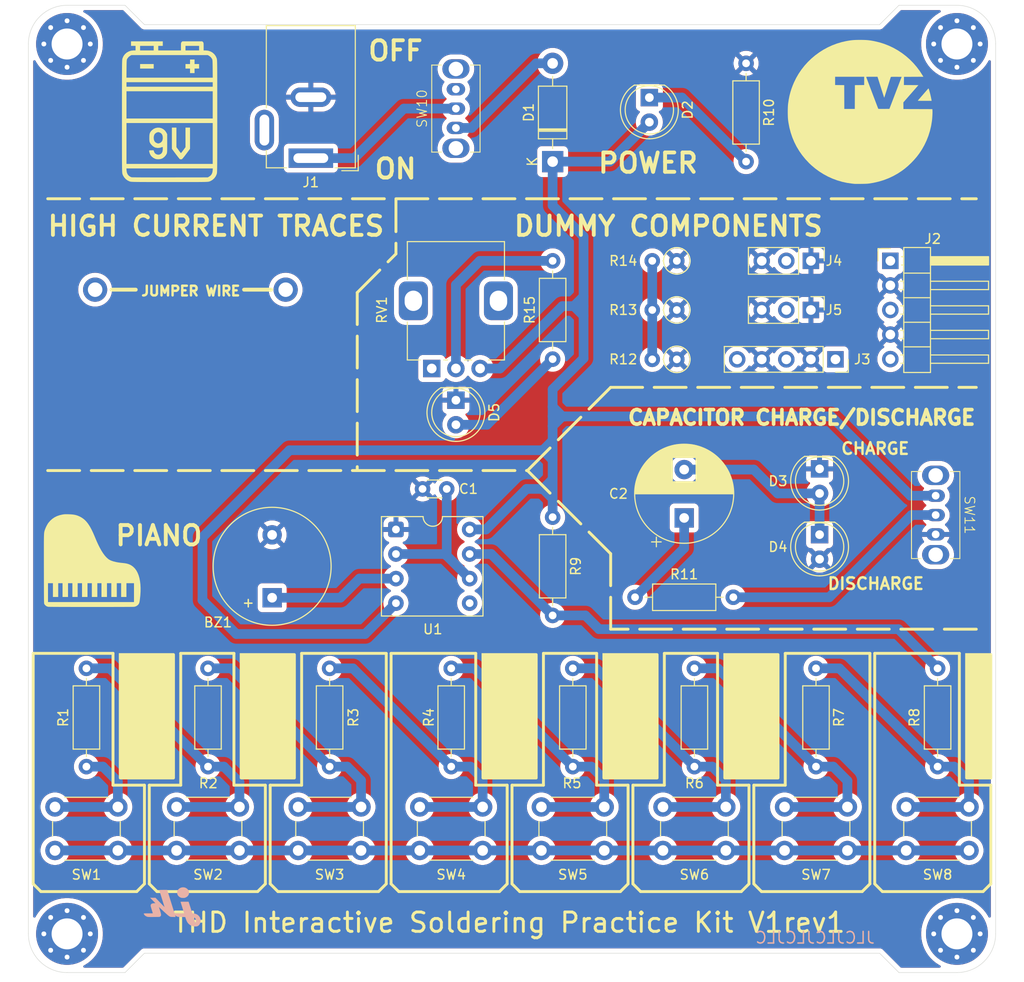
<source format=kicad_pcb>
(kicad_pcb (version 20241229) (generator "pcbnew") (generator_version "9.0")
  (layers (0 "F.Cu" signal) (2 "B.Cu" signal) (13 "F.Paste" user) (15 "B.Paste" user) (5 "F.SilkS" user "F.Silkscreen") (7 "B.SilkS" user "B.Silkscreen") (1 "F.Mask" user) (3 "B.Mask" user) (25 "Edge.Cuts" user))
  (net 0 "")
  (net 1 "Net-(U1-THR)")
  (net 2 "Net-(SW10-B)")
  (net 4 "GND1")
  (net 5 "Net-(U1-DIS)")
  (net 6 "Net-(BZ1-+)")
  (net 8 "Net-(R1-Pad2)")
  (net 9 "Net-(R1-Pad1)")
  (net 10 "Net-(R2-Pad1)")
  (net 11 "Net-(R3-Pad1)")
  (net 12 "Net-(R4-Pad1)")
  (net 13 "Net-(R5-Pad1)")
  (net 14 "Net-(R6-Pad1)")
  (net 15 "Net-(R7-Pad1)")
  (net 16 "Net-(D1-A)")
  (net 17 "unconnected-(H1-Pad1)")
  (net 53 "Net-(D2-K)")
  (net 54 "Net-(C2-Pad1)")
  (net 55 "Net-(D3-A)")
  (net 56 "VDD")
  (net 57 "Net-(SW11-B)")
  (net 66 "Net-(R12-Pad2)")
  (net 70 "Net-(D5-A)")
  (net 71 "Net-(R15-Pad2)")
  (footprint "Resistor_THT:R_Axial_DIN0207_L6.3mm_D2.5mm_P2.54mm_Vertical" (layer "F.Cu") (at 117.04 106.92 180)
    (property "Reference" "R14" (at 5.54 0 0) (layer "F.SilkS"))
    (property "Value" "2k2")
    (pad "1" thru_hole circle (at 0 0 180) (size 1.6 1.6) (drill 0.8) (layers "*.Cu" "*.Mask") (net 4 "GND1"))
    (pad "2" thru_hole oval (at 2.54 0 180) (size 1.6 1.6) (drill 0.8) (layers "*.Cu" "*.Mask") (net 66 "Net-(R12-Pad2)"))
  )
  (footprint "Resistor_THT:R_Axial_DIN0207_L6.3mm_D2.5mm_P2.54mm_Vertical" (layer "F.Cu") (at 117.04 117.105 180)
    (property "Reference" "R12" (at 5.54 0 0) (layer "F.SilkS"))
    (property "Value" "2k2")
    (pad "1" thru_hole circle (at 0 0 180) (size 1.6 1.6) (drill 0.8) (layers "*.Cu" "*.Mask") (net 4 "GND1"))
    (pad "2" thru_hole oval (at 2.54 0 180) (size 1.6 1.6) (drill 0.8) (layers "*.Cu" "*.Mask") (net 66 "Net-(R12-Pad2)"))
  )
  (footprint "Connector_PinHeader_2.54mm:PinHeader_1x03_P2.54mm_Vertical" (layer "F.Cu") (at 130.9 112 -90)
    (property "Reference" "J5" (at 0 -2.38 180) (layer "F.SilkS"))
    (property "Value" "Conn_01x03_Pin")
    (pad "1" thru_hole rect (at 0 0 270) (size 1.7 1.7) (drill 1) (layers "*.Cu" "*.Mask") (net 4 "GND1"))
    (pad "2" thru_hole circle (at 0 2.54 270) (size 1.7 1.7) (drill 1) (layers "*.Cu" "*.Mask"))
    (pad "3" thru_hole circle (at 0 5.08 270) (size 1.7 1.7) (drill 1) (layers "*.Cu" "*.Mask") (net 4 "GND1"))
  )
  (footprint "Resistor_THT:R_Axial_DIN0207_L6.3mm_D2.5mm_P10.16mm_Horizontal" (layer "F.Cu") (at 104.2 143.58 90)
    (property "Reference" "R9" (at 5.08 2.4 90) (layer "F.SilkS"))
    (property "Value" "1k")
    (pad "1" thru_hole circle (at 0 0 90) (size 1.6 1.6) (drill 0.8) (layers "*.Cu" "*.Mask") (net 5 "Net-(U1-DIS)"))
    (pad "2" thru_hole oval (at 10.16 0 90) (size 1.6 1.6) (drill 0.8) (layers "*.Cu" "*.Mask") (net 56 "VDD"))
  )
  (footprint "Resistor_THT:R_Axial_DIN0207_L6.3mm_D2.5mm_P10.16mm_Horizontal" (layer "F.Cu") (at 56 149.05 -90)
    (property "Reference" "R1" (at 5.08 2.4 90) (layer "F.SilkS"))
    (property "Value" "1k5")
    (pad "1" thru_hole circle (at 0 0 270) (size 1.6 1.6) (drill 0.8) (layers "*.Cu" "*.Mask") (net 9 "Net-(R1-Pad1)"))
    (pad "2" thru_hole oval (at 10.16 0 270) (size 1.6 1.6) (drill 0.8) (layers "*.Cu" "*.Mask") (net 8 "Net-(R1-Pad2)"))
  )
  (footprint "Footprint:LD-BZEN-1205" (layer "F.Cu") (at 75.2 141.75 90)
    (property "Reference" "BZ1" (at -2.55 -5.6 0) (layer "F.SilkS"))
    (property "Value" "LD-BZEN-1205")
    (fp_text user "+" (at -0.56 -2.54 90) (layer "F.SilkS"))
    (pad "1" thru_hole rect (at 0 0 90) (size 2 2) (drill 1) (layers "*.Cu" "*.Mask") (net 6 "Net-(BZ1-+)"))
    (pad "2" thru_hole circle (at 6.5 0 90) (size 2 2) (drill 1) (layers "*.Cu" "*.Mask") (net 4 "GND1"))
  )
  (footprint "Footprint:piano-silk" (layer "F.Cu") (at 56.6 137.9)
    (property "Reference" "G***" (hide yes))
    (property "Value" "LOGO" (hide yes))
  )
  (footprint "MountingHole:MountingHole_3.2mm_M3_Pad_Via" (layer "F.Cu") (at 146 176.5)
    (property "Reference" "H3" (hide yes))
    (property "Value" "MountingHole_Pad")
    (pad "1" thru_hole circle (at -2.4 0) (size 0.8 0.8) (drill 0.5) (layers "*.Cu" "*.Mask"))
    (pad "1" thru_hole circle (at -1.697056 -1.697056) (size 0.8 0.8) (drill 0.5) (layers "*.Cu" "*.Mask"))
    (pad "1" thru_hole circle (at -1.697056 1.697056) (size 0.8 0.8) (drill 0.5) (layers "*.Cu" "*.Mask"))
    (pad "1" thru_hole circle (at 0 -2.4) (size 0.8 0.8) (drill 0.5) (layers "*.Cu" "*.Mask"))
    (pad "1" thru_hole circle (at 0 0) (size 6.4 6.4) (drill 3.2) (layers "*.Cu" "*.Mask"))
    (pad "1" thru_hole circle (at 0 2.4) (size 0.8 0.8) (drill 0.5) (layers "*.Cu" "*.Mask"))
    (pad "1" thru_hole circle (at 1.697056 -1.697056) (size 0.8 0.8) (drill 0.5) (layers "*.Cu" "*.Mask"))
    (pad "1" thru_hole circle (at 1.697056 1.697056) (size 0.8 0.8) (drill 0.5) (layers "*.Cu" "*.Mask"))
    (pad "1" thru_hole circle (at 2.4 0) (size 0.8 0.8) (drill 0.5) (layers "*.Cu" "*.Mask"))
  )
  (footprint "Resistor_THT:R_Axial_DIN0207_L6.3mm_D2.5mm_P10.16mm_Horizontal" (layer "F.Cu") (at 106.285714 149.05 -90)
    (property "Reference" "R5" (at 11.88 0.085714 180) (layer "F.SilkS"))
    (property "Value" "1k")
    (pad "1" thru_hole circle (at 0 0 270) (size 1.6 1.6) (drill 0.8) (layers "*.Cu" "*.Mask") (net 13 "Net-(R5-Pad1)"))
    (pad "2" thru_hole oval (at 10.16 0 270) (size 1.6 1.6) (drill 0.8) (layers "*.Cu" "*.Mask") (net 12 "Net-(R4-Pad1)"))
  )
  (footprint "Footprint:DCJ250-10-A-K1-K" (layer "F.Cu") (at 79.2 96.3 180)
    (property "Reference" "J1" (at 0 -2.5 0) (layer "F.SilkS"))
    (property "Value" "Barrel Jack")
    (pad "1" thru_hole rect (at 0 0 180) (size 4.6 2) (drill oval 3.6 1) (layers "*.Cu" "*.Mask") (net 2 "Net-(SW10-B)"))
    (pad "2" thru_hole oval (at 0 6.3 180) (size 4.2 2) (drill oval 3.2 1) (layers "*.Cu" "*.Mask") (net 4 "GND1"))
    (pad "3" thru_hole oval (at 4.8 2.9 270) (size 4.2 2) (drill oval 3.2 1) (layers "*.Cu" "*.Mask"))
  )
  (footprint "Diode_THT:D_DO-41_SOD81_P10.16mm_Horizontal" (layer "F.Cu") (at 104.2 96.66 90)
    (property "Reference" "D1" (at 5.08 -2.47 90) (layer "F.SilkS"))
    (property "Value" "SR150-DC")
    (fp_text user "K" (at 0 -2.1 90) (layer "F.SilkS"))
    (pad "1" thru_hole rect (at 0 0 90) (size 2.2 2.2) (drill 1.1) (layers "*.Cu" "*.Mask") (net 56 "VDD"))
    (pad "2" thru_hole oval (at 10.16 0 90) (size 2.2 2.2) (drill 1.1) (layers "*.Cu" "*.Mask") (net 16 "Net-(D1-A)"))
  )
  (footprint "Resistor_THT:R_Axial_DIN0207_L6.3mm_D2.5mm_P10.16mm_Horizontal" (layer "F.Cu") (at 144 149.05 -90)
    (property "Reference" "R8" (at 5.08 2.4 90) (layer "F.SilkS"))
    (property "Value" "6k2")
    (pad "1" thru_hole circle (at 0 0 270) (size 1.6 1.6) (drill 0.8) (layers "*.Cu" "*.Mask") (net 5 "Net-(U1-DIS)"))
    (pad "2" thru_hole oval (at 10.16 0 270) (size 1.6 1.6) (drill 0.8) (layers "*.Cu" "*.Mask") (net 15 "Net-(R7-Pad1)"))
  )
  (footprint "Button_Switch_THT:SW_PUSH_6mm_H4.3mm" (layer "F.Cu") (at 128.178571 163.38)
    (property "Reference" "SW7" (at 3.25 7 0) (layer "F.SilkS"))
    (property "Value" "SW_Push")
    (pad "1" thru_hole circle (at 0 0 90) (size 2 2) (drill 1.1) (layers "*.Cu" "*.Mask") (net 14 "Net-(R6-Pad1)"))
    (pad "1" thru_hole circle (at 6.5 0 90) (size 2 2) (drill 1.1) (layers "*.Cu" "*.Mask") (net 14 "Net-(R6-Pad1)"))
    (pad "2" thru_hole circle (at 0 4.5 90) (size 2 2) (drill 1.1) (layers "*.Cu" "*.Mask") (net 1 "Net-(U1-THR)"))
    (pad "2" thru_hole circle (at 6.5 4.5 90) (size 2 2) (drill 1.1) (layers "*.Cu" "*.Mask") (net 1 "Net-(U1-THR)"))
  )
  (footprint "Resistor_THT:R_Axial_DIN0207_L6.3mm_D2.5mm_P10.16mm_Horizontal" (layer "F.Cu") (at 124.2 86.5 -90)
    (property "Reference" "R10" (at 5.08 -2.37 90) (layer "F.SilkS"))
    (property "Value" "4k7")
    (pad "1" thru_hole circle (at 0 0 270) (size 1.6 1.6) (drill 0.8) (layers "*.Cu" "*.Mask") (net 4 "GND1"))
    (pad "2" thru_hole oval (at 10.16 0 270) (size 1.6 1.6) (drill 0.8) (layers "*.Cu" "*.Mask") (net 53 "Net-(D2-K)"))
  )
  (footprint "Button_Switch_THT:SW_PUSH_6mm_H4.3mm" (layer "F.Cu") (at 52.75 163.38)
    (property "Reference" "SW1" (at 3.25 7 0) (layer "F.SilkS"))
    (property "Value" "SW_Push")
    (pad "1" thru_hole circle (at 0 0 90) (size 2 2) (drill 1.1) (layers "*.Cu" "*.Mask") (net 8 "Net-(R1-Pad2)"))
    (pad "1" thru_hole circle (at 6.5 0 90) (size 2 2) (drill 1.1) (layers "*.Cu" "*.Mask") (net 8 "Net-(R1-Pad2)"))
    (pad "2" thru_hole circle (at 0 4.5 90) (size 2 2) (drill 1.1) (layers "*.Cu" "*.Mask") (net 1 "Net-(U1-THR)"))
    (pad "2" thru_hole circle (at 6.5 4.5 90) (size 2 2) (drill 1.1) (layers "*.Cu" "*.Mask") (net 1 "Net-(U1-THR)"))
  )
  (footprint "Resistor_THT:R_Axial_DIN0207_L6.3mm_D2.5mm_P10.16mm_Horizontal" (layer "F.Cu") (at 93.714286 149.05 -90)
    (property "Reference" "R4" (at 5.08 2.314286 90) (layer "F.SilkS"))
    (property "Value" "1k1")
    (pad "1" thru_hole circle (at 0 0 270) (size 1.6 1.6) (drill 0.8) (layers "*.Cu" "*.Mask") (net 12 "Net-(R4-Pad1)"))
    (pad "2" thru_hole oval (at 10.16 0 270) (size 1.6 1.6) (drill 0.8) (layers "*.Cu" "*.Mask") (net 11 "Net-(R3-Pad1)"))
  )
  (footprint "Footprint:OS102011MS2QN1" (layer "F.Cu") (at 143.8 133.2 -90)
    (property "Reference" "SW11" (at 0 -3.5 270) (layer "F.SilkS") (effects (font (thickness 0.1))))
    (property "Value" "C/D")
    (pad "" thru_hole oval (at -4.1 0) (size 2.8 2) (drill 1.5) (layers "*.Cu" "*.Mask"))
    (pad "" thru_hole oval (at 4.1 0) (size 2.8 2) (drill 1.5) (layers "*.Cu" "*.Mask"))
    (pad "1" thru_hole oval (at -2 0 270) (size 1.27 1.905) (drill 0.8) (layers "*.Cu" "*.Mask") (net 56 "VDD"))
    (pad "2" thru_hole oval (at 0 0 270) (size 1.27 1.905) (drill 0.8) (layers "*.Cu" "*.Mask") (net 57 "Net-(SW11-B)"))
    (pad "3" thru_hole oval (at 2 0 270) (size 1.27 1.905) (drill 0.8) (layers "*.Cu" "*.Mask") (net 4 "GND1"))
  )
  (footprint "Resistor_THT:R_Axial_DIN0207_L6.3mm_D2.5mm_P2.54mm_Vertical" (layer "F.Cu") (at 117.04 112 180)
    (property "Reference" "R13" (at 5.54 0 0) (layer "F.SilkS"))
    (property "Value" "2k2")
    (pad "1" thru_hole circle (at 0 0 180) (size 1.6 1.6) (drill 0.8) (layers "*.Cu" "*.Mask") (net 4 "GND1"))
    (pad "2" thru_hole oval (at 2.54 0 180) (size 1.6 1.6) (drill 0.8) (layers "*.Cu" "*.Mask") (net 66 "Net-(R12-Pad2)"))
  )
  (footprint "Footprint:RK09K1130AH1" (layer "F.Cu") (at 91.7 118.05 90)
    (property "Reference" "RV1" (at 6.05 -5.15 90) (layer "F.SilkS"))
    (property "Value" "10k")
    (pad "1" thru_hole rect (at 0 0 90) (size 1.8 1.8) (drill 1) (layers "*.Cu" "*.Mask"))
    (pad "2" thru_hole circle (at 0 2.5 90) (size 1.8 1.8) (drill 1) (layers "*.Cu" "*.Mask") (net 71 "Net-(R15-Pad2)"))
    (pad "3" thru_hole circle (at 0 5 90) (size 1.8 1.8) (drill 1) (layers "*.Cu" "*.Mask") (net 56 "VDD"))
    (pad "MP" thru_hole roundrect (at 7 -1.9 90) (size 4 3) (drill oval 2.1 1.8) (layers "*.Cu" "*.Mask"))
    (pad "MP" thru_hole roundrect (at 7 6.9 90) (size 4 3) (drill oval 2.1 1.8) (layers "*.Cu" "*.Mask"))
  )
  (footprint "Resistor_THT:R_Axial_DIN0207_L6.3mm_D2.5mm_P10.16mm_Horizontal" (layer "F.Cu") (at 68.571429 149.05 -90)
    (property "Reference" "R2" (at 11.88 -0.028571 180) (layer "F.SilkS"))
    (property "Value" "1k3")
    (pad "1" thru_hole circle (at 0 0 270) (size 1.6 1.6) (drill 0.8) (layers "*.Cu" "*.Mask") (net 10 "Net-(R2-Pad1)"))
    (pad "2" thru_hole oval (at 10.16 0 270) (size 1.6 1.6) (drill 0.8) (layers "*.Cu" "*.Mask") (net 9 "Net-(R1-Pad1)"))
  )
  (footprint "Resistor_THT:R_Axial_DIN0207_L6.3mm_D2.5mm_P10.16mm_Horizontal" (layer "F.Cu") (at 112.72 141.7)
    (property "Reference" "R11" (at 5.08 -2.37 0) (layer "F.SilkS"))
    (property "Value" "2k2")
    (pad "1" thru_hole circle (at 0 0) (size 1.6 1.6) (drill 0.8) (layers "*.Cu" "*.Mask") (net 54 "Net-(C2-Pad1)"))
    (pad "2" thru_hole oval (at 10.16 0) (size 1.6 1.6) (drill 0.8) (layers "*.Cu" "*.Mask") (net 57 "Net-(SW11-B)"))
  )
  (footprint "Footprint:9V" (layer "F.Cu") (at 64.6 91.5)
    (property "Reference" "G***" (hide yes))
    (property "Value" "LOGO" (hide yes))
  )
  (footprint "Connector_PinHeader_2.54mm:PinHeader_1x03_P2.54mm_Vertical" (layer "F.Cu") (at 130.9 106.92 -90)
    (property "Reference" "J4" (at 0 -2.38 180) (layer "F.SilkS"))
    (property "Value" "Conn_01x03_Pin")
    (pad "1" thru_hole rect (at 0 0 270) (size 1.7 1.7) (drill 1) (layers "*.Cu" "*.Mask") (net 4 "GND1"))
    (pad "2" thru_hole circle (at 0 2.54 270) (size 1.7 1.7) (drill 1) (layers "*.Cu" "*.Mask"))
    (pad "3" thru_hole circle (at 0 5.08 270) (size 1.7 1.7) (drill 1) (layers "*.Cu" "*.Mask") (net 4 "GND1"))
  )
  (footprint "Button_Switch_THT:SW_PUSH_6mm_H4.3mm" (layer "F.Cu") (at 77.892857 163.38)
    (property "Reference" "SW3" (at 3.25 7 0) (layer "F.SilkS"))
    (property "Value" "SW_Push")
    (pad "1" thru_hole circle (at 0 0 90) (size 2 2) (drill 1.1) (layers "*.Cu" "*.Mask") (net 10 "Net-(R2-Pad1)"))
    (pad "1" thru_hole circle (at 6.5 0 90) (size 2 2) (drill 1.1) (layers "*.Cu" "*.Mask") (net 10 "Net-(R2-Pad1)"))
    (pad "2" thru_hole circle (at 0 4.5 90) (size 2 2) (drill 1.1) (layers "*.Cu" "*.Mask") (net 1 "Net-(U1-THR)"))
    (pad "2" thru_hole circle (at 6.5 4.5 90) (size 2 2) (drill 1.1) (layers "*.Cu" "*.Mask") (net 1 "Net-(U1-THR)"))
  )
  (footprint "Resistor_THT:R_Axial_DIN0207_L6.3mm_D2.5mm_P10.16mm_Horizontal" (layer "F.Cu") (at 131.428571 149.05 -90)
    (property "Reference" "R7" (at 5.08 -2.371429 90) (layer "F.SilkS"))
    (property "Value" "390")
    (pad "1" thru_hole circle (at 0 0 270) (size 1.6 1.6) (drill 0.8) (layers "*.Cu" "*.Mask") (net 15 "Net-(R7-Pad1)"))
    (pad "2" thru_hole oval (at 10.16 0 270) (size 1.6 1.6) (drill 0.8) (layers "*.Cu" "*.Mask") (net 14 "Net-(R6-Pad1)"))
  )
  (footprint "LED_THT:LED_D5.0mm" (layer "F.Cu") (at 131.8 128.425 -90)
    (property "Reference" "D3" (at 1.27 4.3 180) (layer "F.SilkS"))
    (property "Value" "YELLOW")
    (pad "1" thru_hole rect (at 0 0 270) (size 1.8 1.8) (drill 0.9) (layers "*.Cu" "*.Mask") (net 4 "GND1"))
    (pad "2" thru_hole circle (at 2.54 0 270) (size 1.8 1.8) (drill 0.9) (layers "*.Cu" "*.Mask") (net 55 "Net-(D3-A)"))
  )
  (footprint "Footprint:DIP-8_W7.62mm-socket" (layer "F.Cu") (at 88 134.69)
    (property "Reference" "U1" (at 3.81 10.32 0) (layer "F.SilkS"))
    (property "Value" "NE555P")
    (pad "1" thru_hole roundrect (at 0 0) (size 1.6 1.6) (drill 0.8) (layers "*.Cu" "*.Mask") (roundrect_rratio 0.15625) (net 4 "GND1"))
    (pad "2" thru_hole circle (at 0 2.54) (size 1.6 1.6) (drill 0.8) (layers "*.Cu" "*.Mask") (net 1 "Net-(U1-THR)"))
    (pad "3" thru_hole circle (at 0 5.08) (size 1.6 1.6) (drill 0.8) (layers "*.Cu" "*.Mask") (net 6 "Net-(BZ1-+)"))
    (pad "4" thru_hole circle (at 0 7.62) (size 1.6 1.6) (drill 0.8) (layers "*.Cu" "*.Mask") (net 56 "VDD"))
    (pad "5" thru_hole circle (at 7.62 7.62) (size 1.6 1.6) (drill 0.8) (layers "*.Cu" "*.Mask"))
    (pad "6" thru_hole circle (at 7.62 5.08) (size 1.6 1.6) (drill 0.8) (layers "*.Cu" "*.Mask") (net 1 "Net-(U1-THR)"))
    (pad "7" thru_hole circle (at 7.62 2.54) (size 1.6 1.6) (drill 0.8) (layers "*.Cu" "*.Mask") (net 5 "Net-(U1-DIS)"))
    (pad "8" thru_hole circle (at 7.62 0) (size 1.6 1.6) (drill 0.8) (layers "*.Cu" "*.Mask") (net 56 "VDD"))
  )
  (footprint "Resistor_THT:R_Axial_DIN0207_L6.3mm_D2.5mm_P10.16mm_Horizontal" (layer "F.Cu") (at 118.857143 149.05 -90)
    (property "Reference" "R6" (at 11.88 0 180) (layer "F.SilkS"))
    (property "Value" "910")
    (pad "1" thru_hole circle (at 0 0 270) (size 1.6 1.6) (drill 0.8) (layers "*.Cu" "*.Mask") (net 14 "Net-(R6-Pad1)"))
    (pad "2" thru_hole oval (at 10.16 0 270) (size 1.6 1.6) (drill 0.8) (layers "*.Cu" "*.Mask") (net 13 "Net-(R5-Pad1)"))
  )
  (footprint "Button_Switch_THT:SW_PUSH_6mm_H4.3mm" (layer "F.Cu") (at 140.75 163.38)
    (property "Reference" "SW8" (at 3.25 7 0) (layer "F.SilkS"))
    (property "Value" "SW_Push")
    (pad "1" thru_hole circle (at 0 0 90) (size 2 2) (drill 1.1) (layers "*.Cu" "*.Mask") (net 15 "Net-(R7-Pad1)"))
    (pad "1" thru_hole circle (at 6.5 0 90) (size 2 2) (drill 1.1) (layers "*.Cu" "*.Mask") (net 15 "Net-(R7-Pad1)"))
    (pad "2" thru_hole circle (at 0 4.5 90) (size 2 2) (drill 1.1) (layers "*.Cu" "*.Mask") (net 1 "Net-(U1-THR)"))
    (pad "2" thru_hole circle (at 6.5 4.5 90) (size 2 2) (drill 1.1) (layers "*.Cu" "*.Mask") (net 1 "Net-(U1-THR)"))
  )
  (footprint "Resistor_THT:R_Axial_DIN0207_L6.3mm_D2.5mm_P10.16mm_Horizontal" (layer "F.Cu") (at 81.142857 149.05 -90)
    (property "Reference" "R3" (at 5.08 -2.457143 90) (layer "F.SilkS"))
    (property "Value" "620")
    (pad "1" thru_hole circle (at 0 0 270) (size 1.6 1.6) (drill 0.8) (layers "*.Cu" "*.Mask") (net 11 "Net-(R3-Pad1)"))
    (pad "2" thru_hole oval (at 10.16 0 270) (size 1.6 1.6) (drill 0.8) (layers "*.Cu" "*.Mask") (net 10 "Net-(R2-Pad1)"))
  )
  (footprint "LED_THT:LED_D5.0mm" (layer "F.Cu") (at 94.2 121.325 -90)
    (property "Reference" "D5" (at 1.27 -3.96 90) (layer "F.SilkS"))
    (property "Value" "WHITE")
    (pad "1" thru_hole rect (at 0 0 270) (size 1.8 1.8) (drill 0.9) (layers "*.Cu" "*.Mask") (net 4 "GND1"))
    (pad "2" thru_hole circle (at 2.54 0 270) (size 1.8 1.8) (drill 0.9) (layers "*.Cu" "*.Mask") (net 70 "Net-(D5-A)"))
  )
  (footprint "Connector_PinHeader_2.54mm:PinHeader_1x05_P2.54mm_Horizontal" (layer "F.Cu") (at 139.115 106.92)
    (property "Reference" "J2" (at 4.385 -2.27 0) (layer "F.SilkS"))
    (property "Value" "Conn_01x05_Pin")
    (pad "1" thru_hole rect (at 0 0) (size 1.7 1.7) (drill 1) (layers "*.Cu" "*.Mask"))
    (pad "2" thru_hole circle (at 0 2.54) (size 1.7 1.7) (drill 1) (layers "*.Cu" "*.Mask") (net 4 "GND1"))
    (pad "3" thru_hole circle (at 0 5.08) (size 1.7 1.7) (drill 1) (layers "*.Cu" "*.Mask"))
    (pad "4" thru_hole circle (at 0 7.62) (size 1.7 1.7) (drill 1) (layers "*.Cu" "*.Mask") (net 4 "GND1"))
    (pad "5" thru_hole circle (at 0 10.16) (size 1.7 1.7) (drill 1) (layers "*.Cu" "*.Mask"))
  )
  (footprint "Capacitor_THT:CP_Radial_D10.0mm_P5.00mm" (layer "F.Cu") (at 117.8 133.5 90)
    (property "Reference" "C2" (at 2.5 -6.8 180) (layer "F.SilkS"))
    (property "Value" "470u / 50V")
    (pad "1" thru_hole rect (at 0 0 90) (size 2 2) (drill 1) (layers "*.Cu" "*.Mask") (net 54 "Net-(C2-Pad1)"))
    (pad "2" thru_hole circle (at 5 0 90) (size 2 2) (drill 1) (layers "*.Cu" "*.Mask") (net 55 "Net-(D3-A)"))
  )
  (footprint "Resistor_THT:R_Axial_DIN0207_L6.3mm_D2.5mm_P10.16mm_Horizontal" (layer "F.Cu") (at 104.2 117.08 90)
    (property "Reference" "R15" (at 5.08 -2.37 90) (layer "F.SilkS"))
    (property "Value" "2k2")
    (pad "1" thru_hole circle (at 0 0 90) (size 1.6 1.6) (drill 0.8) (layers "*.Cu" "*.Mask") (net 70 "Net-(D5-A)"))
    (pad "2" thru_hole oval (at 10.16 0 90) (size 1.6 1.6) (drill 0.8) (layers "*.Cu" "*.Mask") (net 71 "Net-(R15-Pad2)"))
  )
  (footprint "LED_THT:LED_D5.0mm" (layer "F.Cu") (at 131.8 135.225 -90)
    (property "Reference" "D4" (at 1.275 4.3 180) (layer "F.SilkS"))
    (property "Value" "GREEN")
    (pad "1" thru_hole rect (at 0 0 270) (size 1.8 1.8) (drill 0.9) (layers "*.Cu" "*.Mask") (net 55 "Net-(D3-A)"))
    (pad "2" thru_hole circle (at 2.54 0 270) (size 1.8 1.8) (drill 0.9) (layers "*.Cu" "*.Mask") (net 4 "GND1"))
  )
  (footprint "Button_Switch_THT:SW_PUSH_6mm_H4.3mm" (layer "F.Cu") (at 103.035714 163.38)
    (property "Reference" "SW5" (at 3.25 7 0) (layer "F.SilkS"))
    (property "Value" "SW_Push")
    (pad "1" thru_hole circle (at 0 0 90) (size 2 2) (drill 1.1) (layers "*.Cu" "*.Mask") (net 12 "Net-(R4-Pad1)"))
    (pad "1" thru_hole circle (at 6.5 0 90) (size 2 2) (drill 1.1) (layers "*.Cu" "*.Mask") (net 12 "Net-(R4-Pad1)"))
    (pad "2" thru_hole circle (at 0 4.5 90) (size 2 2) (drill 1.1) (layers "*.Cu" "*.Mask") (net 1 "Net-(U1-THR)"))
    (pad "2" thru_hole circle (at 6.5 4.5 90) (size 2 2) (drill 1.1) (layers "*.Cu" "*.Mask") (net 1 "Net-(U1-THR)"))
  )
  (footprint "Footprint:Wire" (layer "F.Cu") (at 56.9 109.9 -90)
    (property "Reference" "TP2" (hide yes))
    (property "Value" "TestPoint")
    (pad "1" thru_hole circle (at 0 0 270) (size 2.5 2.5) (drill 1.5) (layers "*.Cu" "*.Mask"))
  )
  (footprint "MountingHole:MountingHole_3.2mm_M3_Pad_Via" (layer "F.Cu") (at 54 84.5)
    (property "Reference" "H1" (hide yes))
    (property "Value" "MountingHole_Pad")
    (pad "1" thru_hole circle (at -2.4 0) (size 0.8 0.8) (drill 0.5) (layers "*.Cu" "*.Mask"))
    (pad "1" thru_hole circle (at -1.697056 -1.697056) (size 0.8 0.8) (drill 0.5) (layers "*.Cu" "*.Mask"))
    (pad "1" thru_hole circle (at -1.697056 1.697056) (size 0.8 0.8) (drill 0.5) (layers "*.Cu" "*.Mask"))
    (pad "1" thru_hole circle (at 0 -2.4) (size 0.8 0.8) (drill 0.5) (layers "*.Cu" "*.Mask"))
    (pad "1" thru_hole circle (at 0 0) (size 6.4 6.4) (drill 3.2) (layers "*.Cu" "*.Mask"))
    (pad "1" thru_hole circle (at 0 2.4) (size 0.8 0.8) (drill 0.5) (layers "*.Cu" "*.Mask"))
    (pad "1" thru_hole circle (at 1.697056 -1.697056) (size 0.8 0.8) (drill 0.5) (layers "*.Cu" "*.Mask"))
    (pad "1" thru_hole circle (at 1.697056 1.697056) (size 0.8 0.8) (drill 0.5) (layers "*.Cu" "*.Mask") (net 17 "unconnected-(H1-Pad1)"))
    (pad "1" thru_hole circle (at 2.4 0) (size 0.8 0.8) (drill 0.5) (layers "*.Cu" "*.Mask"))
  )
  (footprint "Connector_PinSocket_2.54mm:PinSocket_1x05_P2.54mm_Vertical" (layer "F.Cu") (at 133.44 117.105 -90)
    (property "Reference" "J3" (at 0 -2.77 0) (layer "F.SilkS"))
    (property "Value" "Conn_01x05_Socket")
    (pad "1" thru_hole rect (at 0 0 270) (size 1.7 1.7) (drill 1) (layers "*.Cu" "*.Mask"))
    (pad "2" thru_hole circle (at 0 2.54 270) (size 1.7 1.7) (drill 1) (layers "*.Cu" "*.Mask") (net 4 "GND1"))
    (pad "3" thru_hole circle (at 0 5.08 270) (size 1.7 1.7) (drill 1) (layers "*.Cu" "*.Mask"))
    (pad "4" thru_hole circle (at 0 7.62 270) (size 1.7 1.7) (drill 1) (layers "*.Cu" "*.Mask") (net 4 "GND1"))
    (pad "5" thru_hole circle (at 0 10.16 270) (size 1.7 1.7) (drill 1) (layers "*.Cu" "*.Mask"))
  )
  (footprint "Button_Switch_THT:SW_PUSH_6mm_H4.3mm" (layer "F.Cu") (at 115.607143 163.38)
    (property "Reference" "SW6" (at 3.25 7 0) (layer "F.SilkS"))
    (property "Value" "SW_Push")
    (pad "1" thru_hole circle (at 0 0 90) (size 2 2) (drill 1.1) (layers "*.Cu" "*.Mask") (net 13 "Net-(R5-Pad1)"))
    (pad "1" thru_hole circle (at 6.5 0 90) (size 2 2) (drill 1.1) (layers "*.Cu" "*.Mask") (net 13 "Net-(R5-Pad1)"))
    (pad "2" thru_hole circle (at 0 4.5 90) (size 2 2) (drill 1.1) (layers "*.Cu" "*.Mask") (net 1 "Net-(U1-THR)"))
    (pad "2" thru_hole circle (at 6.5 4.5 90) (size 2 2) (drill 1.1) (layers "*.Cu" "*.Mask") (net 1 "Net-(U1-THR)"))
  )
  (footprint "Capacitor_THT:C_Disc_D3.0mm_W1.6mm_P2.50mm" (layer "F.Cu") (at 93.25 130.5 180)
    (property "Reference" "C1" (at -2.25 0 0) (layer "F.SilkS"))
    (property "Value" "100n")
    (pad "1" thru_hole circle (at 0 0 180) (size 1.6 1.6) (drill 0.8) (layers "*.Cu" "*.Mask") (net 1 "Net-(U1-THR)"))
    (pad "2" thru_hole circle (at 2.5 0 180) (size 1.6 1.6) (drill 0.8) (layers "*.Cu" "*.Mask") (net 4 "GND1"))
  )
  (footprint "LED_THT:LED_D5.0mm" (layer "F.Cu") (at 114.2 90.04 -90)
    (property "Reference" "D2" (at 1.27 -3.96 90) (layer "F.SilkS"))
    (property "Value" "RED")
    (pad "1" thru_hole rect (at 0 0 270) (size 1.8 1.8) (drill 0.9) (layers "*.Cu" "*.Mask") (net 53 "Net-(D2-K)"))
    (pad "2" thru_hole circle (at 2.54 0 270) (size 1.8 1.8) (drill 0.9) (layers "*.Cu" "*.Mask") (net 56 "VDD"))
  )
  (footprint "Footprint:TVZ-15mm" (layer "F.Cu") (at 136 91.5)
    (property "Reference" "G***" (hide yes))
    (property "Value" "LOGO" (hide yes))
  )
  (footprint "Footprint:Wire" (layer "F.Cu") (at 76.6 109.9 -90)
    (property "Reference" "TP1" (hide yes))
    (property "Value" "TestPoint")
    (pad "1" thru_hole circle (at 0 0 270) (size 2.5 2.5) (drill 1.5) (layers "*.Cu" "*.Mask"))
  )
  (footprint "Footprint:OS102011MS2QN1" (layer "F.Cu") (at 94.2 91.18 90)
    (property "Reference" "SW10" (at 0 -3.5 90) (layer "F.SilkS") (effects (font (thickness 0.1))))
    (property "Value" "POWER")
    (pad "" thru_hole oval (at -4.1 0 180) (size 2.8 2) (drill 1.5) (layers "*.Cu" "*.Mask"))
    (pad "" thru_hole oval (at 4.1 0 180) (size 2.8 2) (drill 1.5) (layers "*.Cu" "*.Mask"))
    (pad "1" thru_hole oval (at -2 0 90) (size 1.27 1.905) (drill 0.8) (layers "*.Cu" "*.Mask") (net 16 "Net-(D1-A)"))
    (pad "2" thru_hole oval (at 0 0 90) (size 1.27 1.905) (drill 0.8) (layers "*.Cu" "*.Mask") (net 2 "Net-(SW10-B)"))
    (pad "3" thru_hole oval (at 2 0 90) (size 1.27 1.905) (drill 0.8) (layers "*.Cu" "*.Mask"))
  )
  (footprint "Button_Switch_THT:SW_PUSH_6mm_H4.3mm" (layer "F.Cu") (at 90.464286 163.38)
    (property "Reference" "SW4" (at 3.25 7 0) (layer "F.SilkS"))
    (property "Value" "SW_Push")
    (pad "1" thru_hole circle (at 0 0 90) (size 2 2) (drill 1.1) (layers "*.Cu" "*.Mask") (net 11 "Net-(R3-Pad1)"))
    (pad "1" thru_hole circle (at 6.5 0 90) (size 2 2) (drill 1.1) (layers "*.Cu" "*.Mask") (net 11 "Net-(R3-Pad1)"))
    (pad "2" thru_hole circle (at 0 4.5 90) (size 2 2) (drill 1.1) (layers "*.Cu" "*.Mask") (net 1 "Net-(U1-THR)"))
    (pad "2" thru_hole circle (at 6.5 4.5 90) (size 2 2) (drill 1.1) (layers "*.Cu" "*.Mask") (net 1 "Net-(U1-THR)"))
  )
  (footprint "MountingHole:MountingHole_3.2mm_M3_Pad_Via" (layer "F.Cu") (at 54 176.5)
    (property "Reference" "H4" (hide yes))
    (property "Value" "MountingHole_Pad")
    (pad "1" thru_hole circle (at -2.4 0) (size 0.8 0.8) (drill 0.5) (layers "*.Cu" "*.Mask"))
    (pad "1" thru_hole circle (at -1.697056 -1.697056) (size 0.8 0.8) (drill 0.5) (layers "*.Cu" "*.Mask"))
    (pad "1" thru_hole circle (at -1.697056 1.697056) (size 0.8 0.8) (drill 0.5) (layers "*.Cu" "*.Mask"))
    (pad "1" thru_hole circle (at 0 -2.4) (size 0.8 0.8) (drill 0.5) (layers "*.Cu" "*.Mask"))
    (pad "1" thru_hole circle (at 0 0) (size 6.4 6.4) (drill 3.2) (layers "*.Cu" "*.Mask"))
    (pad "1" thru_hole circle (at 0 2.4) (size 0.8 0.8) (drill 0.5) (layers "*.Cu" "*.Mask"))
    (pad "1" thru_hole circle (at 1.697056 -1.697056) (size 0.8 0.8) (drill 0.5) (layers "*.Cu" "*.Mask"))
    (pad "1" thru_hole circle (at 1.697056 1.697056) (size 0.8 0.8) (drill 0.5) (layers "*.Cu" "*.Mask"))
    (pad "1" thru_hole circle (at 2.4 0) (size 0.8 0.8) (drill 0.5) (layers "*.Cu" "*.Mask"))
  )
  (footprint "Button_Switch_THT:SW_PUSH_6mm_H4.3mm" (layer "F.Cu") (at 65.321429 163.38)
    (property "Reference" "SW2" (at 3.25 7 0) (layer "F.SilkS"))
    (property "Value" "SW_Push")
    (pad "1" thru_hole circle (at 0 0 90) (size 2 2) (drill 1.1) (layers "*.Cu" "*.Mask") (net 9 "Net-(R1-Pad1)"))
    (pad "1" thru_hole circle (at 6.5 0 90) (size 2 2) (drill 1.1) (layers "*.Cu" "*.Mask") (net 9 "Net-(R1-Pad1)"))
    (pad "2" thru_hole circle (at 0 4.5 90) (size 2 2) (drill 1.1) (layers "*.Cu" "*.Mask") (net 1 "Net-(U1-THR)"))
    (pad "2" thru_hole circle (at 6.5 4.5 90) (size 2 2) (drill 1.1) (layers "*.Cu" "*.Mask") (net 1 "Net-(U1-THR)"))
  )
  (footprint "MountingHole:MountingHole_3.2mm_M3_Pad_Via" (layer "F.Cu") (at 146 84.5)
    (property "Reference" "H2" (hide yes))
    (property "Value" "MountingHole_Pad")
    (pad "1" thru_hole circle (at -2.4 0) (size 0.8 0.8) (drill 0.5) (layers "*.Cu" "*.Mask"))
    (pad "1" thru_hole circle (at -1.697056 -1.697056) (size 0.8 0.8) (drill 0.5) (layers "*.Cu" "*.Mask"))
    (pad "1" thru_hole circle (at -1.697056 1.697056) (size 0.8 0.8) (drill 0.5) (layers "*.Cu" "*.Mask"))
    (pad "1" thru_hole circle (at 0 -2.4) (size 0.8 0.8) (drill 0.5) (layers "*.Cu" "*.Mask"))
    (pad "1" thru_hole circle (at 0 0) (size 6.4 6.4) (drill 3.2) (layers "*.Cu" "*.Mask"))
    (pad "1" thru_hole circle (at 0 2.4) (size 0.8 0.8) (drill 0.5) (layers "*.Cu" "*.Mask"))
    (pad "1" thru_hole circle (at 1.697056 -1.697056) (size 0.8 0.8) (drill 0.5) (layers "*.Cu" "*.Mask"))
    (pad "1" thru_hole circle (at 1.697056 1.697056) (size 0.8 0.8) (drill 0.5) (layers "*.Cu" "*.Mask"))
    (pad "1" thru_hole circle (at 2.4 0) (size 0.8 0.8) (drill 0.5) (layers "*.Cu" "*.Mask"))
  )
  (footprint "Footprint:logo" (layer "B.Cu") (at 64.8 173.6 180)
    (property "Reference" "G***" (hide yes))
    (property "Value" "LOGO" (hide yes))
  )
  (gr_line (start 108.75 161.13) (end 112 161.13) (stroke (width 0.3)) (layer "F.SilkS"))
  (gr_line (start 50.5 171.33) (end 51.3 172.13) (stroke (width 0.3)) (layer "F.SilkS"))
  (gr_line (start 103.25 147.5) (end 103.25 161.13) (stroke (width 0.3)) (layer "F.SilkS"))
  (gr_line (start 62.5 161.13) (end 65.75 161.13) (stroke (width 0.3)) (layer "F.SilkS"))
  (gr_line (start 62.5 161.13) (end 62.5 171.33) (stroke (width 0.3)) (layer "F.SilkS"))
  (gr_line (start 96.25 147.5) (end 96.25 161.13) (stroke (width 0.3)) (layer "F.SilkS"))
  (gr_rect (start 109.5 147.63) (end 115 160.38) (stroke (width 0.3)) (fill yes) (layer "F.SilkS"))
  (gr_line (start 50.5 171.33) (end 50.5 147.5) (stroke (width 0.3)) (layer "F.SilkS"))
  (gr_line (start 87 171.33) (end 87 147.53) (stroke (width 0.3)) (layer "F.SilkS"))
  (gr_line (start 137.5 171.33) (end 138.3 172.13) (stroke (width 0.3)) (layer "F.SilkS"))
  (gr_line (start 110.2 120) (end 148 120) (stroke (width 0.3) (type dash)) (layer "F.SilkS"))
  (gr_line (start 148.7 172.13) (end 149.5 171.33) (stroke (width 0.3)) (layer "F.SilkS"))
  (gr_line (start 123.7 172.13) (end 113.3 172.13) (stroke (width 0.3)) (layer "F.SilkS"))
  (gr_line (start 136.2 172.13) (end 125.8 172.13) (stroke (width 0.3)) (layer "F.SilkS"))
  (gr_line (start 87.5 171.33) (end 87.5 147.5) (stroke (width 0.3)) (layer "F.SilkS"))
  (gr_line (start 75 161.13) (end 75 171.33) (stroke (width 0.3)) (layer "F.SilkS"))
  (gr_line (start 111.2 172.13) (end 112 171.33) (stroke (width 0.3)) (layer "F.SilkS"))
  (gr_line (start 73.7 172.13) (end 63.3 172.13) (stroke (width 0.3)) (layer "F.SilkS"))
  (gr_line (start 111.2 172.13) (end 100.8 172.13) (stroke (width 0.3)) (layer "F.SilkS"))
  (gr_line (start 121.25 161.13) (end 124.5 161.13) (stroke (width 0.3)) (layer "F.SilkS"))
  (gr_line (start 75 161.13) (end 78.25 161.13) (stroke (width 0.3)) (layer "F.SilkS"))
  (gr_line (start 65.75 147.5) (end 65.75 161.13) (stroke (width 0.3)) (layer "F.SilkS"))
  (gr_line (start 71.25 161.13) (end 74.5 161.13) (stroke (width 0.3)) (layer "F.SilkS"))
  (gr_line (start 128.25 147.5) (end 128.25 161.13) (stroke (width 0.3)) (layer "F.SilkS"))
  (gr_line (start 123.7 172.13) (end 124.5 171.33) (stroke (width 0.3)) (layer "F.SilkS"))
  (gr_line (start 137 171.33) (end 137 147.5) (stroke (width 0.3)) (layer "F.SilkS"))
  (gr_line (start 65.75 147.5) (end 71.25 147.5) (stroke (width 0.3)) (layer "F.SilkS"))
  (gr_line (start 87.5 147.5) (end 96.25 147.5) (stroke (width 0.3)) (layer "F.SilkS"))
  (gr_line (start 58.6 109.9) (end 61.1 109.9) (stroke (width 0.4)) (layer "F.SilkS"))
  (gr_line (start 87.5 171.33) (end 88.3 172.13) (stroke (width 0.3)) (layer "F.SilkS"))
  (gr_line (start 98.7 172.13) (end 88.3 172.13) (stroke (width 0.3)) (layer "F.SilkS"))
  (gr_line (start 103.25 147.5) (end 108.75 147.5) (stroke (width 0.3)) (layer "F.SilkS"))
  (gr_line (start 137.5 171.33) (end 137.5 147.5) (stroke (width 0.3)) (layer "F.SilkS"))
  (gr_line (start 58.75 161.13) (end 62 161.13) (stroke (width 0.3)) (layer "F.SilkS"))
  (gr_line (start 73.7 172.13) (end 74.5 171.33) (stroke (width 0.3)) (layer "F.SilkS"))
  (gr_line (start 52 128.6) (end 101.6 128.6) (stroke (width 0.3) (type dash)) (layer "F.SilkS"))
  (gr_line (start 125 161.13) (end 125 171.33) (stroke (width 0.3)) (layer "F.SilkS"))
  (gr_line (start 75.1 109.9) (end 72.3 109.9) (stroke (width 0.4)) (layer "F.SilkS"))
  (gr_line (start 110.2 145) (end 110.2 137.2) (stroke (width 0.3) (type dash)) (layer "F.SilkS"))
  (gr_line (start 88 100.6) (end 88 106.2) (stroke (width 0.3) (type dash)) (layer "F.SilkS"))
  (gr_line (start 86.2 172.13) (end 87 171.33) (stroke (width 0.3)) (layer "F.SilkS"))
  (gr_line (start 148.7 172.13) (end 138.3 172.13) (stroke (width 0.3)) (layer "F.SilkS"))
  (gr_line (start 137.5 147.5) (end 146.25 147.5) (stroke (width 0.3)) (layer "F.SilkS"))
  (gr_line (start 136.2 172.13) (end 137 171.33) (stroke (width 0.3)) (layer "F.SilkS"))
  (gr_line (start 125 161.13) (end 128.25 161.13) (stroke (width 0.3)) (layer "F.SilkS"))
  (gr_line (start 101.6 128.6) (end 110.2 120) (stroke (width 0.3) (type dash)) (layer "F.SilkS"))
  (gr_line (start 71.25 147.5) (end 71.25 161.13) (stroke (width 0.3)) (layer "F.SilkS"))
  (gr_rect (start 122 147.63) (end 127.5 160.38) (stroke (width 0.3)) (fill yes) (layer "F.SilkS"))
  (gr_line (start 100 161.13) (end 103.25 161.13) (stroke (width 0.3)) (layer "F.SilkS"))
  (gr_line (start 96.25 161.13) (end 99.5 161.13) (stroke (width 0.3)) (layer "F.SilkS"))
  (gr_line (start 100 161.13) (end 100 171.33) (stroke (width 0.3)) (layer "F.SilkS"))
  (gr_line (start 146.25 147.5) (end 146.25 161.13) (stroke (width 0.3)) (layer "F.SilkS"))
  (gr_line (start 78.25 147.5) (end 87 147.5) (stroke (width 0.3)) (layer "F.SilkS"))
  (gr_rect (start 72 147.63) (end 77.5 160.38) (stroke (width 0.3)) (fill yes) (layer "F.SilkS"))
  (gr_line (start 112 171.33) (end 112 161.13) (stroke (width 0.3)) (layer "F.SilkS"))
  (gr_line (start 74.5 171.33) (end 74.5 161.13) (stroke (width 0.3)) (layer "F.SilkS"))
  (gr_line (start 115.75 147.5) (end 115.75 161.13) (stroke (width 0.3)) (layer "F.SilkS"))
  (gr_line (start 112.5 161.13) (end 112.5 171.33) (stroke (width 0.3)) (layer "F.SilkS"))
  (gr_line (start 115.75 147.5) (end 121.25 147.5) (stroke (width 0.3)) (layer "F.SilkS"))
  (gr_rect (start 147 147.63) (end 149.5 160.38) (stroke (width 0.3)) (fill yes) (layer "F.SilkS"))
  (gr_line (start 99.5 161.13) (end 99.5 171.33) (stroke (width 0.3)) (layer "F.SilkS"))
  (gr_line (start 112.5 161.13) (end 115.75 161.13) (stroke (width 0.3)) (layer "F.SilkS"))
  (gr_line (start 75 171.33) (end 75.8 172.13) (stroke (width 0.3)) (layer "F.SilkS"))
  (gr_line (start 124.5 171.33) (end 124.5 161.13) (stroke (width 0.3)) (layer "F.SilkS"))
  (gr_line (start 62.5 171.33) (end 63.3 172.13) (stroke (width 0.3)) (layer "F.SilkS"))
  (gr_line (start 84 110.2) (end 88 106.2) (stroke (width 0.3) (type dash)) (layer "F.SilkS"))
  (gr_line (start 52 100.5) (end 148 100.5) (stroke (width 0.3) (type dash)) (layer "F.SilkS"))
  (gr_line (start 128.25 147.5) (end 137 147.5) (stroke (width 0.3)) (layer "F.SilkS"))
  (gr_line (start 78.25 147.5) (end 78.25 161.13) (stroke (width 0.3)) (layer "F.SilkS"))
  (gr_line (start 101.6 128.6) (end 110.2 137.2) (stroke (width 0.3) (type dash)) (layer "F.SilkS"))
  (gr_line (start 149.5 161.13) (end 149.5 171.33) (stroke (width 0.3)) (layer "F.SilkS"))
  (gr_line (start 146.25 161.13) (end 149.5 161.13) (stroke (width 0.3)) (layer "F.SilkS"))
  (gr_line (start 98.7 172.13) (end 99.5 171.33) (stroke (width 0.3)) (layer "F.SilkS"))
  (gr_line (start 125 171.33) (end 125.8 172.13) (stroke (width 0.3)) (layer "F.SilkS"))
  (gr_line (start 108.75 147.5) (end 108.75 161.13) (stroke (width 0.3)) (layer "F.SilkS"))
  (gr_line (start 58.75 147.5) (end 58.75 161.13) (stroke (width 0.3)) (layer "F.SilkS"))
  (gr_line (start 61.2 172.13) (end 51.3 172.13) (stroke (width 0.3)) (layer "F.SilkS"))
  (gr_line (start 50.5 147.5) (end 58.75 147.5) (stroke (width 0.3)) (layer "F.SilkS"))
  (gr_line (start 61.2 172.13) (end 62 171.33) (stroke (width 0.3)) (layer "F.SilkS"))
  (gr_line (start 112.5 171.33) (end 113.3 172.13) (stroke (width 0.3)) (layer "F.SilkS"))
  (gr_rect (start 97 147.63) (end 102.5 160.38) (stroke (width 0.3)) (fill yes) (layer "F.SilkS"))
  (gr_line (start 86.2 172.13) (end 75.8 172.13) (stroke (width 0.3)) (layer "F.SilkS"))
  (gr_line (start 148 145) (end 110.2 145) (stroke (width 0.3) (type dash)) (layer "F.SilkS"))
  (gr_line (start 62 161.13) (end 62 171.33) (stroke (width 0.3)) (layer "F.SilkS"))
  (gr_line (start 100 171.33) (end 100.8 172.13) (stroke (width 0.3)) (layer "F.SilkS"))
  (gr_line (start 121.25 147.5) (end 121.25 161.13) (stroke (width 0.3)) (layer "F.SilkS"))
  (gr_line (start 84 110.2) (end 84 128.6) (stroke (width 0.3) (type dash)) (layer "F.SilkS"))
  (gr_rect (start 59.5 147.63) (end 65 160.38) (stroke (width 0.3)) (fill yes) (layer "F.SilkS"))
  (gr_line (start 60 180.5) (end 62 178.5) (stroke (width 0.05)) (layer "Edge.Cuts"))
  (gr_arc (start 150 176.5) (mid 148.828427 179.328427) (end 146 180.5) (stroke (width 0.05)) (layer "Edge.Cuts"))
  (gr_line (start 140 80.5) (end 146 80.5) (stroke (width 0.05)) (layer "Edge.Cuts"))
  (gr_line (start 140 80.5) (end 138 82.5) (stroke (width 0.05)) (layer "Edge.Cuts"))
  (gr_line (start 146 180.5) (end 140 180.5) (stroke (width 0.05)) (layer "Edge.Cuts"))
  (gr_line (start 138 178.5) (end 62 178.5) (stroke (width 0.05)) (layer "Edge.Cuts"))
  (gr_line (start 50 84.5) (end 50 176.5) (stroke (width 0.05)) (layer "Edge.Cuts"))
  (gr_line (start 62 82.5) (end 138 82.5) (stroke (width 0.05)) (layer "Edge.Cuts"))
  (gr_line (start 54 80.5) (end 60 80.5) (stroke (width 0.05)) (layer "Edge.Cuts"))
  (gr_line (start 140 180.5) (end 138 178.5) (stroke (width 0.05)) (layer "Edge.Cuts"))
  (gr_line (start 54 180.5) (end 60 180.5) (stroke (width 0.05)) (layer "Edge.Cuts"))
  (gr_arc (start 54 180.5) (mid 51.171573 179.328427) (end 50 176.5) (stroke (width 0.05)) (layer "Edge.Cuts"))
  (gr_arc (start 50 84.5) (mid 51.171573 81.671573) (end 54 80.5) (stroke (width 0.05)) (layer "Edge.Cuts"))
  (gr_line (start 60 80.5) (end 62 82.5) (stroke (width 0.05)) (layer "Edge.Cuts"))
  (gr_line (start 150 176.5) (end 150 84.5) (stroke (width 0.05)) (layer "Edge.Cuts"))
  (gr_arc (start 146 80.5) (mid 148.828427 81.671573) (end 150 84.5) (stroke (width 0.05)) (layer "Edge.Cuts"))
  (gr_text "ON" (at 85.6 98.58 0) (layer "F.SilkS") (effects (font (size 2 2) (thickness 0.4) (bold yes)) (justify left bottom)))
  (gr_text "POWER" (at 108.704762 97.98 0) (layer "F.SilkS") (effects (font (size 2 2) (thickness 0.4) (bold yes)) (justify left bottom)))
  (gr_text "CAPACITOR CHARGE/DISCHARGE" (at 111.8 124 0) (layer "F.SilkS") (effects (font (size 1.5 1.5) (thickness 0.375) (bold yes)) (justify left bottom)))
  (gr_text "CHARGE" (at 133.9 127.035 0) (layer "F.SilkS") (effects (font (size 1.2 1.2) (thickness 0.25) (bold yes)) (justify left bottom)))
  (gr_text "DISCHARGE" (at 132.5 141 0) (layer "F.SilkS") (effects (font (size 1.2 1.2) (thickness 0.25) (bold yes)) (justify left bottom)))
  (gr_text "DUMMY COMPONENTS" (at 100 104.5 0) (layer "F.SilkS") (effects (font (size 2 2) (thickness 0.4) (bold yes)) (justify left bottom)))
  (gr_text "THD Interactive Soldering Practice Kit V1rev1" (at 64.785711 176.5 0) (layer "F.SilkS") (effects (font (size 2 2) (thickness 0.3)) (justify left bottom)))
  (gr_text "JUMPER WIRE" (at 61.553572 110.62625 0) (layer "F.SilkS") (effects (font (size 1 1) (thickness 0.25) (bold yes)) (justify left bottom)))
  (gr_text "PIANO" (at 58.8 136.5 0) (layer "F.SilkS") (effects (font (size 2 2) (thickness 0.4) (bold yes)) (justify left bottom)))
  (gr_text "HIGH CURRENT TRACES" (at 51.8 104.5 0) (layer "F.SilkS") (effects (font (size 2 2) (thickness 0.4) (bold yes)) (justify left bottom)))
  (gr_text "OFF" (at 84.933333 86.38 0) (layer "F.SilkS") (effects (font (size 2 2) (thickness 0.4) (bold yes)) (justify left bottom)))
  (gr_text "JLCJLCJLCJLC" (at 137.6 177.6 0) (layer "B.SilkS") (effects (font (size 1.2 1.2)) (justify left bottom mirror)))
  (segment (start 147.25 167.88) (end 140.75 167.88) (width 1) (layer "B.Cu") (net 1))
  (segment (start 88 137.23) (end 93.08 137.23) (width 1) (layer "B.Cu") (net 1))
  (segment (start 93.08 137.23) (end 93.25 137.4) (width 1) (layer "B.Cu") (net 1))
  (segment (start 93.25 137.4) (end 95.62 139.77) (width 1) (layer "B.Cu") (net 1))
  (segment (start 93.25 130.5) (end 93.25 137.4) (width 1) (layer "B.Cu") (net 1))
  (segment (start 140.75 167.88) (end 52.75 167.88) (width 1) (layer "B.Cu") (net 1))
  (segment (start 88.82 91.18) (end 83.7 96.3) (width 1) (layer "B.Cu") (net 2))
  (segment (start 94.2 91.18) (end 88.82 91.18) (width 1) (layer "B.Cu") (net 2))
  (segment (start 83.7 96.3) (end 79.2 96.3) (width 1) (layer "B.Cu") (net 2))
  (segment (start 109 145) (end 107.58 143.58) (width 1) (layer "B.Cu") (net 5))
  (segment (start 139.95 145) (end 109 145) (width 1) (layer "B.Cu") (net 5))
  (segment (start 95.62 137.23) (end 97.85 137.23) (width 1) (layer "B.Cu") (net 5))
  (segment (start 97.85 137.23) (end 104.2 143.58) (width 1) (layer "B.Cu") (net 5))
  (segment (start 144 149.05) (end 139.95 145) (width 1) (layer "B.Cu") (net 5))
  (segment (start 107.58 143.58) (end 104.2 143.58) (width 1) (layer "B.Cu") (net 5))
  (segment (start 82.25 141.75) (end 84.23 139.77) (width 1) (layer "B.Cu") (net 6))
  (segment (start 84.23 139.77) (end 88 139.77) (width 1) (layer "B.Cu") (net 6))
  (segment (start 75.2 141.75) (end 82.25 141.75) (width 1) (layer "B.Cu") (net 6))
  (segment (start 52.75 163.38) (end 59.25 163.38) (width 1) (layer "B.Cu") (net 8))
  (segment (start 57.71 159.21) (end 59.25 160.75) (width 1) (layer "B.Cu") (net 8))
  (segment (start 56 159.21) (end 57.71 159.21) (width 1) (layer "B.Cu") (net 8))
  (segment (start 59.25 160.75) (end 59.25 163.38) (width 1) (layer "B.Cu") (net 8))
  (segment (start 68.571429 159.21) (end 70.21 159.21) (width 1) (layer "B.Cu") (net 9))
  (segment (start 58.411429 149.05) (end 68.571429 159.21) (width 1) (layer "B.Cu") (net 9))
  (segment (start 65.321429 163.38) (end 71.821429 163.38) (width 1) (layer "B.Cu") (net 9))
  (segment (start 71.821429 160.821429) (end 71.821429 163.38) (width 1) (layer "B.Cu") (net 9))
  (segment (start 56 149.05) (end 58.411429 149.05) (width 1) (layer "B.Cu") (net 9))
  (segment (start 70.21 159.21) (end 71.821429 160.821429) (width 1) (layer "B.Cu") (net 9))
  (segment (start 82.96 159.21) (end 84.392857 160.642857) (width 1) (layer "B.Cu") (net 10))
  (segment (start 84.392857 160.642857) (end 84.392857 163.38) (width 1) (layer "B.Cu") (net 10))
  (segment (start 77.892857 163.38) (end 84.392857 163.38) (width 1) (layer "B.Cu") (net 10))
  (segment (start 68.571429 149.05) (end 70.982857 149.05) (width 1) (layer "B.Cu") (net 10))
  (segment (start 81.142857 159.21) (end 82.96 159.21) (width 1) (layer "B.Cu") (net 10))
  (segment (start 70.982857 149.05) (end 81.142857 159.21) (width 1) (layer "B.Cu") (net 10))
  (segment (start 83.554286 149.05) (end 93.714286 159.21) (width 1) (layer "B.Cu") (net 11))
  (segment (start 95.71 159.21) (end 93.714286 159.21) (width 1) (layer "B.Cu") (net 11))
  (segment (start 96.964286 163.38) (end 96.964286 160.464286) (width 1) (layer "B.Cu") (net 11))
  (segment (start 96.964286 160.464286) (end 95.71 159.21) (width 1) (layer "B.Cu") (net 11))
  (segment (start 90.464286 163.38) (end 96.964286 163.38) (width 1) (layer "B.Cu") (net 11))
  (segment (start 81.142857 149.05) (end 83.554286 149.05) (width 1) (layer "B.Cu") (net 11))
  (segment (start 109.535714 160.535714) (end 109.535714 163.38) (width 1) (layer "B.Cu") (net 12))
  (segment (start 103.035714 163.38) (end 109.535714 163.38) (width 1) (layer "B.Cu") (net 12))
  (segment (start 96.125714 149.05) (end 106.285714 159.21) (width 1) (layer "B.Cu") (net 12))
  (segment (start 108.21 159.21) (end 109.535714 160.535714) (width 1) (layer "B.Cu") (net 12))
  (segment (start 93.714286 149.05) (end 96.125714 149.05) (width 1) (layer "B.Cu") (net 12))
  (segment (start 106.285714 159.21) (end 108.21 159.21) (width 1) (layer "B.Cu") (net 12))
  (segment (start 106.285714 149.05) (end 108.697143 149.05) (width 1) (layer "B.Cu") (net 13))
  (segment (start 118.857143 159.21) (end 120.71 159.21) (width 1) (layer "B.Cu") (net 13))
  (segment (start 115.607143 163.38) (end 122.107143 163.38) (width 1) (layer "B.Cu") (net 13))
  (segment (start 122.107143 160.607143) (end 122.107143 163.38) (width 1) (layer "B.Cu") (net 13))
  (segment (start 120.71 159.21) (end 122.107143 160.607143) (width 1) (layer "B.Cu") (net 13))
  (segment (start 108.697143 149.05) (end 118.857143 159.21) (width 1) (layer "B.Cu") (net 13))
  (segment (start 118.857143 149.05) (end 121.268571 149.05) (width 1) (layer "B.Cu") (net 14))
  (segment (start 133.21 159.21) (end 134.678571 160.678571) (width 1) (layer "B.Cu") (net 14))
  (segment (start 131.428571 159.21) (end 133.21 159.21) (width 1) (layer "B.Cu") (net 14))
  (segment (start 134.678571 160.678571) (end 134.678571 163.38) (width 1) (layer "B.Cu") (net 14))
  (segment (start 128.178571 163.38) (end 134.678571 163.38) (width 1) (layer "B.Cu") (net 14))
  (segment (start 121.268571 149.05) (end 131.428571 159.21) (width 1) (layer "B.Cu") (net 14))
  (segment (start 144 159.21) (end 145.71 159.21) (width 1) (layer "B.Cu") (net 15))
  (segment (start 143 163.38) (end 144 163.38) (width 1) (layer "B.Cu") (net 15))
  (segment (start 145.71 159.21) (end 147.25 160.75) (width 1) (layer "B.Cu") (net 15))
  (segment (start 147.25 160.75) (end 147.25 163.38) (width 1) (layer "B.Cu") (net 15))
  (segment (start 133.84 149.05) (end 144 159.21) (width 1) (layer "B.Cu") (net 15))
  (segment (start 140.75 163.38) (end 143 163.38) (width 1) (layer "B.Cu") (net 15))
  (segment (start 131.428571 149.05) (end 133.84 149.05) (width 1) (layer "B.Cu") (net 15))
  (segment (start 144 163.38) (end 145 163.38) (width 1) (layer "B.Cu") (net 15))
  (segment (start 145 163.38) (end 147.25 163.38) (width 1) (layer "B.Cu") (net 15))
  (segment (start 102.5 86.5) (end 104.2 86.5) (width 1) (layer "B.Cu") (net 16))
  (segment (start 94.2 93.18) (end 95.82 93.18) (width 1) (layer "B.Cu") (net 16))
  (segment (start 95.82 93.18) (end 102.5 86.5) (width 1) (layer "B.Cu") (net 16))
  (segment (start 77.1 115.1) (end 56.6 115.1) (width 2) (layer "F.Cu") (net 17))
  (segment (start 75.6 121.6) (end 58.1 121.6) (width 5) (layer "F.Cu") (net 17))
  (segment (start 114.2 90.04) (end 117.58 90.04) (width 1) (layer "B.Cu") (net 53))
  (segment (start 117.58 90.04) (end 124.2 96.66) (width 1) (layer "B.Cu") (net 53))
  (segment (start 117.8 136.62) (end 112.72 141.7) (width 1) (layer "B.Cu") (net 54))
  (segment (start 117.8 133.5) (end 117.8 136.62) (width 1) (layer "B.Cu") (net 54))
  (segment (start 127.465 130.965) (end 125 128.5) (width 1) (layer "B.Cu") (net 55))
  (segment (start 131.8 130.965) (end 127.465 130.965) (width 1) (layer "B.Cu") (net 55))
  (segment (start 131.8 130.965) (end 131.8 135.225) (width 1) (layer "B.Cu") (net 55))
  (segment (start 125 128.5) (end 117.8 128.5) (width 1) (layer "B.Cu") (net 55))
  (segment (start 104.2 127.5) (end 104.2 126.5) (width 1) (layer "B.Cu") (net 56))
  (segment (start 103 126.5) (end 104.2 126.5) (width 1) (layer "B.Cu") (net 56))
  (segment (start 133 123) (end 105.5 123) (width 1) (layer "B.Cu") (net 56))
  (segment (start 77 126.5) (end 103 126.5) (width 1) (layer "B.Cu") (net 56))
  (segment (start 105.2 123) (end 104.2 122) (width 1) (layer "B.Cu") (net 56))
  (segment (start 104.2 130.5) (end 104.2 129.5) (width 1) (layer "B.Cu") (net 56))
  (segment (start 97.31 134.69) (end 101.5 130.5) (width 1) (layer "B.Cu") (net 56))
  (segment (start 84.81 145.5) (end 71.5 145.5) (width 1) (layer "B.Cu") (net 56))
  (segment (start 106.4 111.6) (end 107.4 110.6) (width 1) (layer "B.Cu") (net 56))
  (segment (start 107.4 111.6) (end 107.4 110.6) (width 1) (layer "B.Cu") (net 56))
  (segment (start 107.4 104.4) (end 104.2 101.2) (width 1) (layer "B.Cu") (net 56))
  (segment (start 104.2 131.5) (end 104.2 130.5) (width 1) (layer "B.Cu") (net 56))
  (segment (start 104.2 101.2) (end 104.2 96.66) (width 1) (layer "B.Cu") (net 56))
  (segment (start 106.4 111.6) (end 107.4 111.6) (width 1) (layer "B.Cu") (net 56))
  (segment (start 107.4 112.6) (end 107.4 111.6) (width 1) (layer "B.Cu") (net 56))
  (segment (start 88 142.31) (end 84.81 145.5) (width 1) (layer "B.Cu") (net 56))
  (segment (start 104.2 125.5) (end 104.2 124) (width 1) (layer "B.Cu") (net 56))
  (segment (start 71.5 145.5) (end 68 142) (width 1) (layer "B.Cu") (net 56))
  (segment (start 104.2 96.66) (end 110.12 96.66) (width 1) (layer "B.Cu") (net 56))
  (segment (start 106.4 111.6) (end 107.4 112.6) (width 1) (layer "B.Cu") (net 56))
  (segment (start 104.2 120.2) (end 107.4 117) (width 1) (layer "B.Cu") (net 56))
  (segment (start 105.5 123) (end 105.2 123) (width 1) (layer "B.Cu") (net 56))
  (segment (start 98.75 118.05) (end 105.2 111.6) (width 1) (layer "B.Cu") (net 56))
  (segment (start 143.8 131.2) (end 141.2 131.2) (width 1) (layer "B.Cu") (net 56))
  (segment (start 141.2 131.2) (end 133 123) (width 1) (layer "B.Cu") (net 56))
  (segment (start 103 130.5) (end 104.2 130.5) (width 1) (layer "B.Cu") (net 56))
  (segment (start 96.7 118.05) (end 98.75 118.05) (width 1) (layer "B.Cu") (net 56))
  (segment (start 68 135.5) (end 77 126.5) (width 1) (layer "B.Cu") (net 56))
  (segment (start 103.2 126.5) (end 104.2 127.5) (width 1) (layer "B.Cu") (net 56))
  (segment (start 103 126.5) (end 103.2 126.5) (width 1) (layer "B.Cu") (net 56))
  (segment (start 104.2 123) (end 104.2 122) (width 1) (layer "B.Cu") (net 56))
  (segment (start 103.2 130.5) (end 104.2 131.5) (width 1) (layer "B.Cu") (net 56))
  (segment (start 104.2 126.5) (end 104.2 125.5) (width 1) (layer "B.Cu") (net 56))
  (segment (start 104.2 133.42) (end 104.2 131.5) (width 1) (layer "B.Cu") (net 56))
  (segment (start 104.2 129.5) (end 104.2 127.5) (width 1) (layer "B.Cu") (net 56))
  (segment (start 105.2 123) (end 104.2 124) (width 1) (layer "B.Cu") (net 56))
  (segment (start 95.62 134.69) (end 97.31 134.69) (width 1) (layer "B.Cu") (net 56))
  (segment (start 68 142) (end 68 135.5) (width 1) (layer "B.Cu") (net 56))
  (segment (start 103 130.5) (end 103.2 130.5) (width 1) (layer "B.Cu") (net 56))
  (segment (start 104.2 122) (end 104.2 120.2) (width 1) (layer "B.Cu") (net 56))
  (segment (start 101.5 130.5) (end 103 130.5) (width 1) (layer "B.Cu") (net 56))
  (segment (start 103.2 126.5) (end 104.2 125.5) (width 1) (layer "B.Cu") (net 56))
  (segment (start 107.4 117) (end 107.4 112.6) (width 1) (layer "B.Cu") (net 56))
  (segment (start 105.5 123) (end 104.2 123) (width 1) (layer "B.Cu") (net 56))
  (segment (start 110.12 96.66) (end 114.2 92.58) (width 1) (layer "B.Cu") (net 56))
  (segment (start 105.2 111.6) (end 106.4 111.6) (width 1) (layer "B.Cu") (net 56))
  (segment (start 103.2 130.5) (end 104.2 129.5) (width 1) (layer "B.Cu") (net 56))
  (segment (start 107.4 110.6) (end 107.4 104.4) (width 1) (layer "B.Cu") (net 56))
  (segment (start 104.2 124) (end 104.2 123) (width 1) (layer "B.Cu") (net 56))
  (segment (start 141.3 133.2) (end 143.8 133.2) (width 1) (layer "B.Cu") (net 57))
  (segment (start 132.8 141.7) (end 141.3 133.2) (width 1) (layer "B.Cu") (net 57))
  (segment (start 122.88 141.7) (end 132.8 141.7) (width 1) (layer "B.Cu") (net 57))
  (segment (start 114.5 106.92) (end 114.5 117.105) (width 1) (layer "B.Cu") (net 66))
  (segment (start 97.415 123.865) (end 104.2 117.08) (width 1) (layer "B.Cu") (net 70))
  (segment (start 94.2 123.865) (end 97.415 123.865) (width 1) (layer "B.Cu") (net 70))
  (segment (start 96.68 106.92) (end 94.2 109.4) (width 1) (layer "B.Cu") (net 71))
  (segment (start 104.2 106.92) (end 96.68 106.92) (width 1) (layer "B.Cu") (net 71))
  (segment (start 94.2 109.4) (end 94.2 118.05) (width 1) (layer "B.Cu") (net 71))
  (zone (net 4) (net_name "GND1") (layers "F.Cu" "B.Cu") (connect_pads (clearance 0.5)) (min_thickness 0.25) (fill yes (thermal_gap 0.5) (thermal_bridge_width 0.5))
    (polygon (pts (xy 50 80) (xy 150 80) (xy 150 180.5) (xy 50 180.5)))
  )
)
</source>
